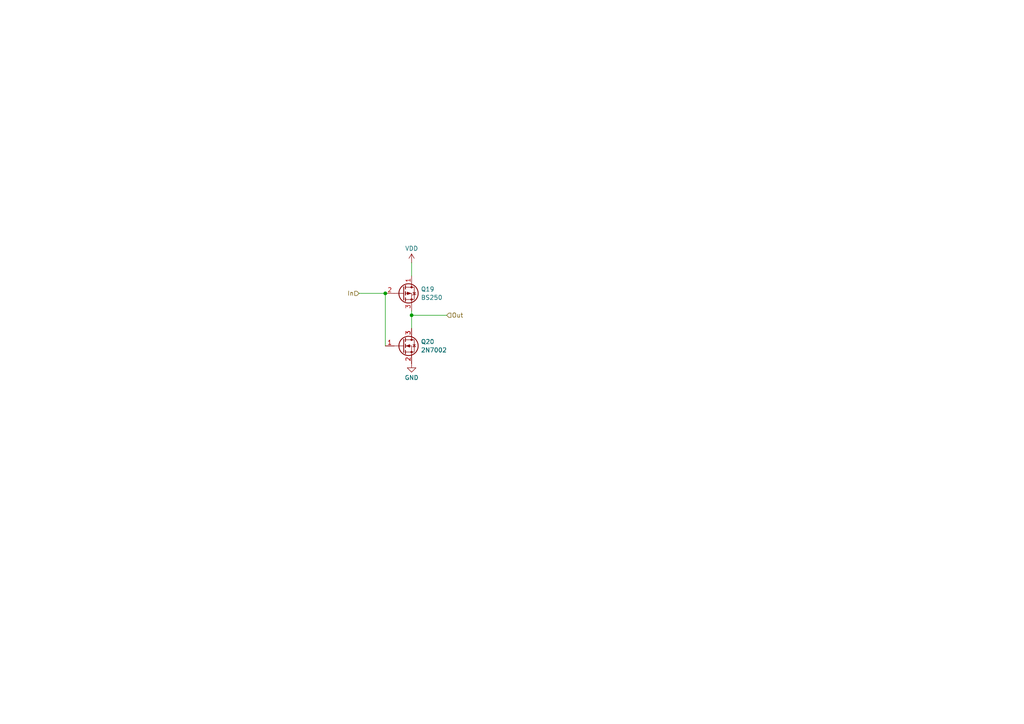
<source format=kicad_sch>
(kicad_sch (version 20250114) (generator "eeschema") (generator_version "9.0")
  (paper "A4")
  (lib_symbols
    (symbol "Transistor_FET:2N7002" (pin_names (offset 0) (hide yes))
      (property "Reference" "Q" (at 5.08 1.905 0))
      (property "Value" "2N7002" (at 5.08 0 0))
      (symbol "2N7002_0_1"
        (polyline (pts (xy 0.254 1.905) (xy 0.254 -1.905)) (stroke (width 0.254)))
        (polyline (pts (xy 0.254 0) (xy -2.54 0)))
        (polyline (pts (xy 0.762 2.286) (xy 0.762 1.27)) (stroke (width 0.254)))
        (polyline (pts (xy 0.762 0.508) (xy 0.762 -0.508)) (stroke (width 0.254)))
        (polyline (pts (xy 0.762 -1.27) (xy 0.762 -2.286)) (stroke (width 0.254)))
        (polyline (pts (xy 0.762 -1.778) (xy 3.302 -1.778) (xy 3.302 1.778) (xy 0.762 1.778)))
        (polyline (pts (xy 1.016 0) (xy 2.032 0.381) (xy 2.032 -0.381) (xy 1.016 0)) (fill (type outline)))
        (circle (center 1.651 0) (radius 2.794) (stroke (width 0.254)))
        (polyline (pts (xy 2.54 2.54) (xy 2.54 1.778)))
        (circle (center 2.54 1.778) (radius 0.254) (fill (type outline)))
        (circle (center 2.54 -1.778) (radius 0.254) (fill (type outline)))
        (polyline (pts (xy 2.54 -2.54) (xy 2.54 0) (xy 0.762 0)))
        (polyline (pts (xy 2.921 0.381) (xy 3.683 0.381)))
        (polyline (pts (xy 3.302 0.381) (xy 2.921 -0.254) (xy 3.683 -0.254) (xy 3.302 0.381)))
      )
      (symbol "2N7002_1_1"
        (pin input line (at -5.08 0 0) (length 2.54) (name "G") (number "1"))
        (pin passive line (at 2.54 5.08 270) (length 2.54) (name "D") (number "3"))
        (pin passive line (at 2.54 -5.08 90) (length 2.54) (name "S") (number "2"))
      )
    )
    (symbol "Transistor_FET:BS250" (pin_names (hide yes))
      (property "Reference" "Q" (at 5.08 1.905 0))
      (property "Value" "BS250" (at 5.08 0 0))
      (symbol "BS250_0_1"
        (polyline (pts (xy 0.254 1.905) (xy 0.254 -1.905)) (stroke (width 0.254)))
        (polyline (pts (xy 0.254 0) (xy -2.54 0)))
        (polyline (pts (xy 0.762 2.286) (xy 0.762 1.27)) (stroke (width 0.254)))
        (polyline (pts (xy 0.762 1.778) (xy 3.302 1.778) (xy 3.302 -1.778) (xy 0.762 -1.778)))
        (polyline (pts (xy 0.762 0.508) (xy 0.762 -0.508)) (stroke (width 0.254)))
        (polyline (pts (xy 0.762 -1.27) (xy 0.762 -2.286)) (stroke (width 0.254)))
        (circle (center 1.651 0) (radius 2.794) (stroke (width 0.254)))
        (polyline (pts (xy 2.286 0) (xy 1.27 0.381) (xy 1.27 -0.381) (xy 2.286 0)) (fill (type outline)))
        (polyline (pts (xy 2.54 2.54) (xy 2.54 1.778)))
        (circle (center 2.54 1.778) (radius 0.254) (fill (type outline)))
        (circle (center 2.54 -1.778) (radius 0.254) (fill (type outline)))
        (polyline (pts (xy 2.54 -2.54) (xy 2.54 0) (xy 0.762 0)))
        (polyline (pts (xy 2.794 -0.508) (xy 2.921 -0.381) (xy 3.683 -0.381) (xy 3.81 -0.254)))
        (polyline (pts (xy 3.302 -0.381) (xy 2.921 0.254) (xy 3.683 0.254) (xy 3.302 -0.381)))
      )
      (symbol "BS250_1_1"
        (pin input line (at -5.08 0 0) (length 2.54) (name "G") (number "2"))
        (pin passive line (at 2.54 5.08 270) (length 2.54) (name "D") (number "1"))
        (pin passive line (at 2.54 -5.08 90) (length 2.54) (name "S") (number "3"))
      )
    )
    (symbol "power:GND" (power) (pin_numbers (hide yes)) (pin_names (offset 0) (hide yes))
      (property "Value" "GND" (at 0 -3.81 0))
      (symbol "GND_0_1"
        (polyline (pts (xy 0 0) (xy 0 -1.27) (xy 1.27 -1.27) (xy 0 -2.54) (xy -1.27 -1.27) (xy 0 -1.27)))
      )
      (symbol "GND_1_1"
        (pin power_in line (at 0 0 270) (length 0) (name "~") (number "1"))
      )
    )
    (symbol "power:VDD" (power) (pin_numbers (hide yes)) (pin_names (offset 0) (hide yes))
      (property "Value" "VDD" (at 0 3.556 0))
      (symbol "VDD_0_1"
        (polyline (pts (xy -0.762 1.27) (xy 0 2.54)))
        (polyline (pts (xy 0 2.54) (xy 0.762 1.27)))
        (polyline (pts (xy 0 0) (xy 0 2.54)))
      )
      (symbol "VDD_1_1"
        (pin power_in line (at 0 0 90) (length 0) (name "~") (number "1"))
      )
    )
  )
  (junction (at 119.38 91.44))
  (junction (at 111.76 85.09))
  (wire (pts (xy 119.38 90.17) (xy 119.38 91.44)))
  (wire (pts (xy 111.76 85.09) (xy 111.76 100.33)))
  (wire (pts (xy 119.38 76.2) (xy 119.38 80.01)))
  (wire (pts (xy 104.14 85.09) (xy 111.76 85.09)))
  (wire (pts (xy 119.38 91.44) (xy 119.38 95.25)))
  (wire (pts (xy 119.38 91.44) (xy 129.54 91.44)))
  (hierarchical_label "Out" (shape input) (at 129.54 91.44 0))
  (hierarchical_label "In" (shape input) (at 104.14 85.09 180))
  (symbol (lib_id "Transistor_FET:2N7002") (at 116.84 100.33 0) (unit 1)
    (property "Reference" "Q20" (at 122.047 99.1178 0) (effects (justify left)))
    (property "Value" "2N7002" (at 122.047 101.5421 0) (effects (justify left)))
    (property "Footprint" "Package_TO_SOT_SMD:SOT-23" (effects (hide yes)))
    (property "Datasheet" "https://www.onsemi.com/pub/Collateral/NDS7002A-D.PDF" (effects (hide yes)))
    (property "Description" "0.115A Id, 60V Vds, N-Channel MOSFET, SOT-23" (effects (hide yes)))
  )
  (symbol (lib_id "power:VDD") (at 119.38 76.2 0) (unit 1)
    (property "Reference" "#PWR0109" (effects (hide yes)))
    (property "Value" "VDD" (at 119.38 72.0669 0))
    (property "Description" "Power symbol creates a global label with name \"VDD\"" (effects (hide yes)))
  )
  (symbol (lib_id "Transistor_FET:BS250") (at 116.84 85.09 0) (unit 1)
    (property "Reference" "Q19" (at 122.047 83.8778 0) (effects (justify left)))
    (property "Value" "BS250" (at 122.047 86.3021 0) (effects (justify left)))
    (property "Footprint" "Package_TO_SOT_THT:TO-92_Inline" (effects (hide yes)))
    (property "Datasheet" "http://www.vishay.com/docs/70209/70209.pdf" (effects (hide yes)))
    (property "Description" "-0.18A Id, -45V Vds, P-Channel MOSFET, TO-92" (effects (hide yes)))
  )
  (symbol (lib_id "power:GND") (at 119.38 105.41 0) (unit 1)
    (property "Reference" "#PWR013" (effects (hide yes)))
    (property "Value" "GND" (at 119.38 109.5431 0))
    (property "Description" "Power symbol creates a global label with name \"GND\" , ground" (effects (hide yes)))
  )
)
</source>
